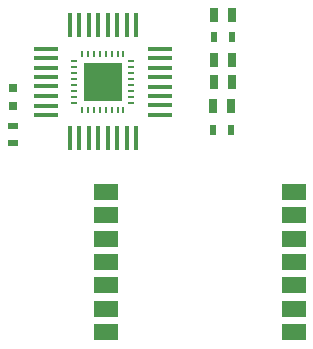
<source format=gbr>
%FSLAX46Y46*%
G04 Gerber Fmt 4.6, Leading zero omitted, Abs format (unit mm)*
G04 Created by KiCad (PCBNEW (2014-jul-16 BZR unknown)-product) date Wed 29 Oct 2014 15:34:50 GMT*
%MOMM*%
G01*
G04 APERTURE LIST*
%ADD10C,0.100000*%
%ADD11R,1.998980X1.399540*%
%ADD12R,0.635000X1.143000*%
%ADD13R,0.797560X0.797560*%
%ADD14R,0.449580X1.998980*%
%ADD15R,1.998980X0.449580*%
%ADD16R,0.248920X0.599440*%
%ADD17R,0.599440X0.248920*%
%ADD18R,3.299460X3.299460*%
%ADD19R,0.900000X0.500000*%
%ADD20R,0.500000X0.900000*%
G04 APERTURE END LIST*
D10*
D11*
X148894800Y-109618780D03*
X148866860Y-111620300D03*
X148866860Y-113619280D03*
X148866860Y-115570000D03*
X148866860Y-117520720D03*
X148866860Y-119519700D03*
X148866860Y-121521220D03*
X164767260Y-121521220D03*
X164767260Y-119519700D03*
X164767260Y-117520720D03*
X164767260Y-115570000D03*
X164767260Y-113619280D03*
X164767260Y-111620300D03*
X164767260Y-109618780D03*
D12*
X159512000Y-98425000D03*
X157988000Y-98425000D03*
X157988000Y-100330000D03*
X159512000Y-100330000D03*
X157950000Y-102372000D03*
X159474000Y-102372000D03*
X157988000Y-94615000D03*
X159512000Y-94615000D03*
D13*
X140970000Y-100850700D03*
X140970000Y-102349300D03*
D14*
X145813780Y-95514160D03*
X146613880Y-95514160D03*
X147413980Y-95514160D03*
X148214080Y-95514160D03*
X149014180Y-95514160D03*
X149814280Y-95514160D03*
X150614380Y-95514160D03*
X151414480Y-95514160D03*
X151409400Y-105079800D03*
X145796000Y-105079800D03*
X146608800Y-105079800D03*
X147421600Y-105079800D03*
X148209000Y-105079800D03*
X149021800Y-105079800D03*
X149809200Y-105079800D03*
X150622000Y-105079800D03*
D15*
X153416000Y-97505520D03*
X153416000Y-98303080D03*
X153416000Y-99105720D03*
X153416000Y-99903280D03*
X153416000Y-100705920D03*
X153416000Y-101503480D03*
X153416000Y-102306120D03*
X153416000Y-103103680D03*
X143814800Y-97510600D03*
X143814800Y-98298000D03*
X143814800Y-99110800D03*
X143814800Y-99898200D03*
X143814800Y-100685600D03*
X143814800Y-101498400D03*
X143814800Y-102311200D03*
X143814800Y-103124000D03*
D16*
X150337520Y-97932240D03*
X149837140Y-97932240D03*
X149336760Y-97932240D03*
X148836380Y-97932240D03*
X148338540Y-97932240D03*
X147838160Y-97932240D03*
X147337780Y-97932240D03*
X146837400Y-97932240D03*
D17*
X146187160Y-100578920D03*
X146187160Y-101076760D03*
X146187160Y-101577140D03*
X146187160Y-102077520D03*
D18*
X148590000Y-100330000D03*
D17*
X146187160Y-98579940D03*
X146187160Y-99080320D03*
X146187160Y-99580700D03*
X146187160Y-100078540D03*
D16*
X146842480Y-102727760D03*
X147342860Y-102730300D03*
X147840700Y-102730300D03*
X148341080Y-102730300D03*
X148841460Y-102730300D03*
X149341840Y-102730300D03*
X149842220Y-102730300D03*
X150342600Y-102730300D03*
D17*
X150990300Y-102080060D03*
X150990300Y-101579680D03*
X150990300Y-101079300D03*
X150990300Y-100581460D03*
X150990300Y-100081080D03*
X150990300Y-99580700D03*
X150990300Y-99080320D03*
X150990300Y-98579940D03*
D19*
X140970000Y-104025000D03*
X140970000Y-105525000D03*
D20*
X157962000Y-104404000D03*
X159462000Y-104404000D03*
X158000000Y-96520000D03*
X159500000Y-96520000D03*
M02*

</source>
